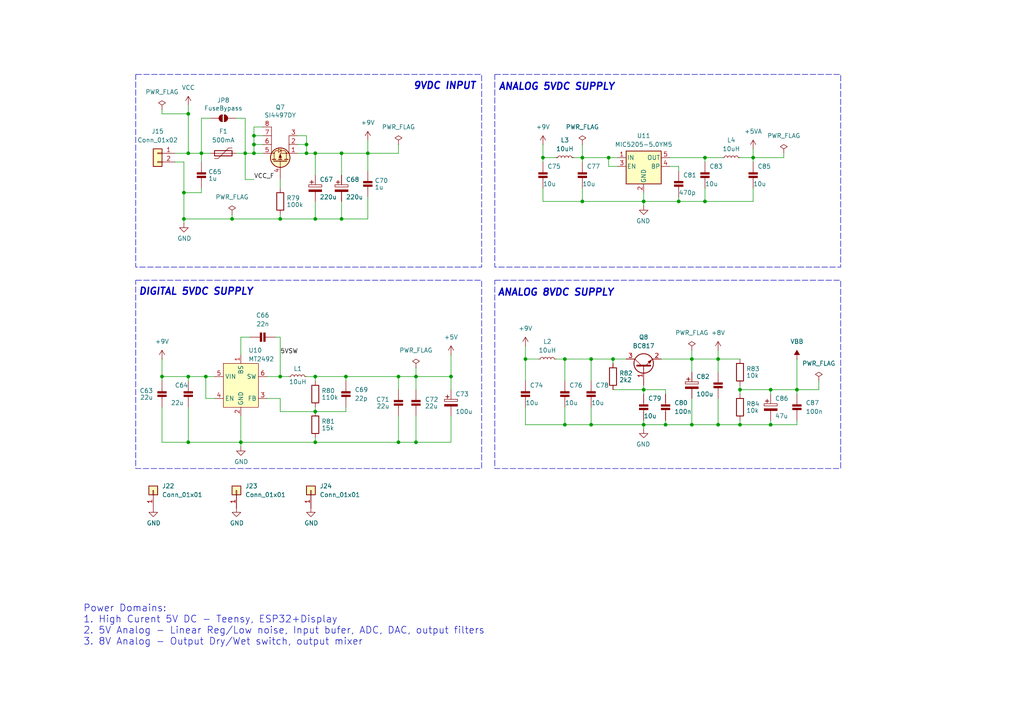
<source format=kicad_sch>
(kicad_sch (version 20231120) (generator "eeschema") (generator_version "8.0")
  (paper "A4")
  (title_block (title "TGX4 ") (date "2024-06-12") (rev "2.0") (company "www.hexefx.com") (comment 1 "Design: Piotr Zapart"))
  (lib_symbols
    (symbol "Connector_Generic:Conn_01x01" (pin_names (offset 1.016) hide)
      (property "Reference" "J" (at 0 2.54 0))
      (property "Value" "Conn_01x01" (at 0 -2.54 0))
      (symbol "Conn_01x01_1_1"
        (rectangle (start -1.27 0.127) (end 0 -0.127) (stroke (width 0.1524)))
        (rectangle (start -1.27 1.27) (end 1.27 -1.27) (stroke (width 0.254)) (fill (type background)))
        (pin passive line (at -5.08 0 0) (length 3.81) (name "Pin_1") (number "1"))
      )
    )
    (symbol "Connector_Generic:Conn_01x02" (pin_names (offset 1.016) hide)
      (property "Reference" "J" (at 0 2.54 0))
      (property "Value" "Conn_01x02" (at 0 -5.08 0))
      (symbol "Conn_01x02_1_1"
        (rectangle (start -1.27 -2.413) (end 0 -2.667) (stroke (width 0.1524)))
        (rectangle (start -1.27 0.127) (end 0 -0.127) (stroke (width 0.1524)))
        (rectangle (start -1.27 1.27) (end 1.27 -3.81) (stroke (width 0.254)) (fill (type background)))
        (pin passive line (at -5.08 0 0) (length 3.81) (name "Pin_1") (number "1"))
        (pin passive line (at -5.08 -2.54 0) (length 3.81) (name "Pin_2") (number "2"))
      )
    )
    (symbol "Device:L_Small" (pin_numbers hide) (pin_names (offset 0.254) hide)
      (property "Reference" "L" (at 0.762 1.016 0))
      (property "Value" "L_Small" (at 0.762 -1.016 0))
      (symbol "L_Small_0_1"
        (arc (start 0 -2.032) (mid 0.5058 -1.524) (end 0 -1.016))
        (arc (start 0 -1.016) (mid 0.5058 -0.508) (end 0 0))
        (arc (start 0 0) (mid 0.5058 0.508) (end 0 1.016))
        (arc (start 0 1.016) (mid 0.5058 1.524) (end 0 2.032))
      )
      (symbol "L_Small_1_1"
        (pin passive line (at 0 2.54 270) (length 0.508) (name "~") (number "1"))
        (pin passive line (at 0 -2.54 90) (length 0.508) (name "~") (number "2"))
      )
    )
    (symbol "Device:Polyfuse" (pin_numbers hide) (pin_names (offset 0))
      (property "Reference" "F" (at -2.54 0 90))
      (property "Value" "Polyfuse" (at 2.54 0 90))
      (symbol "Polyfuse_0_1"
        (rectangle (start -0.762 2.54) (end 0.762 -2.54) (stroke (width 0.254)))
        (polyline (pts (xy 0 2.54) (xy 0 -2.54)))
        (polyline (pts (xy -1.524 2.54) (xy -1.524 1.524) (xy 1.524 -1.524) (xy 1.524 -2.54)))
      )
      (symbol "Polyfuse_1_1"
        (pin passive line (at 0 3.81 270) (length 1.27) (name "~") (number "1"))
        (pin passive line (at 0 -3.81 90) (length 1.27) (name "~") (number "2"))
      )
    )
    (symbol "Device:R" (pin_numbers hide) (pin_names (offset 0))
      (property "Reference" "R" (at 2.032 0 90))
      (property "Value" "R" (at 0 0 90))
      (symbol "R_0_1"
        (rectangle (start -1.016 -2.54) (end 1.016 2.54) (stroke (width 0.254)))
      )
      (symbol "R_1_1"
        (pin passive line (at 0 3.81 270) (length 1.27) (name "~") (number "1"))
        (pin passive line (at 0 -3.81 90) (length 1.27) (name "~") (number "2"))
      )
    )
    (symbol "H_passives:CAP_NP" (pin_names (offset 1.016))
      (property "Reference" "C" (at -2.286 -0.0254 90))
      (property "Value" "CAP_NP" (at 2.286 -0.0254 90))
      (symbol "CAP_NP_1_0"
        (rectangle (start -1.27 -0.762) (end 1.27 -0.254) (fill (type outline)))
        (rectangle (start -1.27 0.254) (end 1.27 0.762) (fill (type outline)))
        (polyline (pts (xy 0 -0.508) (xy 0 -1.27)))
        (polyline (pts (xy 0 1.27) (xy 0 0.508)))
        (pin passive line (at 0 3.81 270) (length 2.54) (name "1") (number "1"))
        (pin passive line (at 0 -3.81 90) (length 2.54) (name "2") (number "2"))
      )
    )
    (symbol "H_passives:CAP_POL" (pin_numbers hide) (pin_names (offset 0.254))
      (property "Reference" "C" (at 0 2.54 0))
      (property "Value" "CAP_POL" (at 0.1524 -2.159 0))
      (symbol "CAP_POL_0_1"
        (rectangle (start -1.905 -0.381) (end 1.905 -1.016) (stroke (width 0.1016)) (fill (type outline)))
        (rectangle (start -1.905 1.016) (end 1.905 0.381) (stroke (width 0.1524)))
        (polyline (pts (xy -1.524 1.778) (xy -0.508 1.778)) (stroke (width 0.2032)))
        (polyline (pts (xy -1.016 2.286) (xy -1.016 1.27)) (stroke (width 0.2032)))
      )
      (symbol "CAP_POL_1_1"
        (pin passive line (at 0 3.81 270) (length 2.794) (name "~") (number "1"))
        (pin passive line (at 0 -3.81 90) (length 2.8956) (name "~") (number "2"))
      )
    )
    (symbol "H_power:MT2492"
      (property "Reference" "U" (at 1.016 9.144 0))
      (symbol "MT2492_1_1"
        (rectangle (start -5.08 6.35) (end 5.08 -6.35) (fill (type background)))
        (pin passive line (at 0 8.89 270) (length 2.54) (name "BS") (number "1"))
        (pin power_in line (at 0 -8.89 90) (length 2.54) (name "GND") (number "2"))
        (pin input line (at 7.62 -3.81 180) (length 2.54) (name "FB") (number "3"))
        (pin input line (at -7.62 -3.81 0) (length 2.54) (name "EN") (number "4"))
        (pin power_in line (at -7.62 2.54 0) (length 2.54) (name "VIN") (number "5"))
        (pin output line (at 7.62 2.54 180) (length 2.54) (name "SW") (number "6"))
      )
    )
    (symbol "H_transistors:Q_PMOS_SO8" (pin_names (offset 0) hide)
      (property "Reference" "Q" (at 7.62 1.27 0))
      (property "Value" "Q_PMOS_SO8" (at 16.51 -1.27 0))
      (symbol "Q_PMOS_SO8_0_1"
        (polyline (pts (xy 0.762 -1.778) (xy 2.54 -1.778)))
        (polyline (pts (xy 0.762 -1.27) (xy 0.762 -2.286)) (stroke (width 0.254)))
        (polyline (pts (xy 0.762 0) (xy 2.54 0)))
        (polyline (pts (xy 0.762 0.508) (xy 0.762 -0.508)) (stroke (width 0.254)))
        (polyline (pts (xy 0.762 1.778) (xy 2.54 1.778)))
        (polyline (pts (xy 0.762 2.286) (xy 0.762 1.27)) (stroke (width 0.254)))
        (polyline (pts (xy 2.54 -1.778) (xy 2.54 -2.54)))
        (polyline (pts (xy 2.54 -1.778) (xy 2.54 0)))
        (polyline (pts (xy 2.54 2.54) (xy 2.54 1.778)))
        (polyline (pts (xy 2.794 -0.254) (xy 3.81 -0.254)) (stroke (width 0.1524)))
        (polyline (pts (xy 3.302 -0.254) (xy 3.302 -1.27)) (stroke (width 0.1524)))
        (polyline (pts (xy 3.302 0.508) (xy 3.302 1.27)) (stroke (width 0.1524)))
        (polyline (pts (xy 7.62 -2.54) (xy 2.54 -2.54)))
        (polyline (pts (xy 10.16 2.54) (xy 2.54 2.54)))
        (polyline (pts (xy 0.254 1.905) (xy 0.254 -1.905) (xy 0.254 -1.905)) (stroke (width 0.254)))
        (polyline (pts (xy 3.302 -1.27) (xy 2.794 -1.778) (xy 2.54 -1.778)) (stroke (width 0.1524)))
        (polyline (pts (xy 3.302 1.27) (xy 2.794 1.778) (xy 2.54 1.778)) (stroke (width 0.1524)))
        (polyline (pts (xy 2.286 0) (xy 1.27 -0.381) (xy 1.27 0.381) (xy 2.286 0)) (fill (type outline)))
        (polyline (pts (xy 2.794 0.508) (xy 3.81 0.508) (xy 3.302 -0.254) (xy 2.794 0.508)) (stroke (width 0.1524)))
        (circle (center 1.27 0) (radius 2.8194) (stroke (width 0.254)) (fill (type background)))
        (circle (center 2.54 -1.778) (radius 0.127) (stroke (width 0.1524)))
        (circle (center 2.54 1.778) (radius 0.127) (stroke (width 0.1524)))
      )
      (symbol "Q_PMOS_SO8_1_1"
        (pin passive line (at 2.54 -5.08 90) (length 2.54) (name "S") (number "1"))
        (pin passive line (at 5.08 -5.08 90) (length 2.54) (name "S") (number "2"))
        (pin passive line (at 7.62 -5.08 90) (length 2.54) (name "S") (number "3"))
        (pin input line (at -5.08 0 0) (length 5.334) (name "G") (number "4"))
        (pin passive line (at 2.54 5.08 270) (length 2.54) (name "D") (number "5"))
        (pin passive line (at 5.08 5.08 270) (length 2.54) (name "D") (number "6"))
        (pin passive line (at 7.62 5.08 270) (length 2.54) (name "D") (number "7"))
        (pin passive line (at 10.16 5.08 270) (length 2.54) (name "D") (number "8"))
      )
    )
    (symbol "Jumper:SolderJumper_2_Open" (pin_numbers hide) (pin_names (offset 0) hide) (exclude_from_sim yes) (in_bom no)
      (property "Reference" "JP" (at 0 2.032 0))
      (property "Value" "SolderJumper_2_Open" (at 0 -2.54 0))
      (symbol "SolderJumper_2_Open_0_1"
        (arc (start -0.254 1.016) (mid -1.2656 0) (end -0.254 -1.016))
        (arc (start -0.254 1.016) (mid -1.2656 0) (end -0.254 -1.016) (fill (type outline)))
        (polyline (pts (xy -0.254 1.016) (xy -0.254 -1.016)))
        (polyline (pts (xy 0.254 1.016) (xy 0.254 -1.016)))
        (arc (start 0.254 -1.016) (mid 1.2656 0) (end 0.254 1.016))
        (arc (start 0.254 -1.016) (mid 1.2656 0) (end 0.254 1.016) (fill (type outline)))
      )
      (symbol "SolderJumper_2_Open_1_1"
        (pin passive line (at -3.81 0 0) (length 2.54) (name "A") (number "1"))
        (pin passive line (at 3.81 0 180) (length 2.54) (name "B") (number "2"))
      )
    )
    (symbol "Regulator_Linear:MIC5205-5.0YM5" (pin_names (offset 0.254))
      (property "Reference" "U" (at -3.81 5.715 0))
      (property "Value" "MIC5205-5.0YM5" (at 0 5.715 0))
      (symbol "MIC5205-5.0YM5_0_1"
        (rectangle (start -5.08 4.445) (end 5.08 -5.08) (stroke (width 0.254)) (fill (type background)))
      )
      (symbol "MIC5205-5.0YM5_1_1"
        (pin power_in line (at -7.62 2.54 0) (length 2.54) (name "IN") (number "1"))
        (pin power_in line (at 0 -7.62 90) (length 2.54) (name "GND") (number "2"))
        (pin input line (at -7.62 0 0) (length 2.54) (name "EN") (number "3"))
        (pin input line (at 7.62 0 180) (length 2.54) (name "BP") (number "4"))
        (pin power_out line (at 7.62 2.54 180) (length 2.54) (name "OUT") (number "5"))
      )
    )
    (symbol "Transistor_BJT:BC817" (pin_names (offset 0) hide)
      (property "Reference" "Q" (at 5.08 1.905 0))
      (property "Value" "BC817" (at 5.08 0 0))
      (symbol "BC817_0_1"
        (polyline (pts (xy 0.635 0.635) (xy 2.54 2.54)))
        (polyline (pts (xy 0.635 -0.635) (xy 2.54 -2.54) (xy 2.54 -2.54)))
        (polyline (pts (xy 0.635 1.905) (xy 0.635 -1.905) (xy 0.635 -1.905)) (stroke (width 0.508)))
        (polyline (pts (xy 1.27 -1.778) (xy 1.778 -1.27) (xy 2.286 -2.286) (xy 1.27 -1.778) (xy 1.27 -1.778)) (fill (type outline)))
        (circle (center 1.27 0) (radius 2.8194) (stroke (width 0.254)))
      )
      (symbol "BC817_1_1"
        (pin input line (at -5.08 0 0) (length 5.715) (name "B") (number "1"))
        (pin passive line (at 2.54 -5.08 90) (length 2.54) (name "E") (number "2"))
        (pin passive line (at 2.54 5.08 270) (length 2.54) (name "C") (number "3"))
      )
    )
    (symbol "power:+5V" (power) (pin_numbers hide) (pin_names (offset 0) hide)
      (property "Value" "+5V" (at 0 3.556 0))
      (symbol "+5V_0_1"
        (polyline (pts (xy -0.762 1.27) (xy 0 2.54)))
        (polyline (pts (xy 0 0) (xy 0 2.54)))
        (polyline (pts (xy 0 2.54) (xy 0.762 1.27)))
      )
      (symbol "+5V_1_1"
        (pin power_in line (at 0 0 90) (length 0) (name "~") (number "1"))
      )
    )
    (symbol "power:+5VA" (power) (pin_numbers hide) (pin_names (offset 0) hide)
      (property "Value" "+5VA" (at 0 3.556 0))
      (symbol "+5VA_0_1"
        (polyline (pts (xy -0.762 1.27) (xy 0 2.54)))
        (polyline (pts (xy 0 0) (xy 0 2.54)))
        (polyline (pts (xy 0 2.54) (xy 0.762 1.27)))
      )
      (symbol "+5VA_1_1"
        (pin power_in line (at 0 0 90) (length 0) (name "~") (number "1"))
      )
    )
    (symbol "power:+8V" (power) (pin_numbers hide) (pin_names (offset 0) hide)
      (property "Value" "+8V" (at 0 3.556 0))
      (symbol "+8V_0_1"
        (polyline (pts (xy -0.762 1.27) (xy 0 2.54)))
        (polyline (pts (xy 0 0) (xy 0 2.54)))
        (polyline (pts (xy 0 2.54) (xy 0.762 1.27)))
      )
      (symbol "+8V_1_1"
        (pin power_in line (at 0 0 90) (length 0) (name "~") (number "1"))
      )
    )
    (symbol "power:+9V" (power) (pin_numbers hide) (pin_names (offset 0) hide)
      (property "Value" "+9V" (at 0 3.556 0))
      (symbol "+9V_0_1"
        (polyline (pts (xy -0.762 1.27) (xy 0 2.54)))
        (polyline (pts (xy 0 0) (xy 0 2.54)))
        (polyline (pts (xy 0 2.54) (xy 0.762 1.27)))
      )
      (symbol "+9V_1_1"
        (pin power_in line (at 0 0 90) (length 0) (name "~") (number "1"))
      )
    )
    (symbol "power:GND" (power) (pin_numbers hide) (pin_names (offset 0) hide)
      (property "Value" "GND" (at 0 -3.81 0))
      (symbol "GND_0_1"
        (polyline (pts (xy 0 0) (xy 0 -1.27) (xy 1.27 -1.27) (xy 0 -2.54) (xy -1.27 -1.27) (xy 0 -1.27)))
      )
      (symbol "GND_1_1"
        (pin power_in line (at 0 0 270) (length 0) (name "~") (number "1"))
      )
    )
    (symbol "power:PWR_FLAG" (power) (pin_numbers hide) (pin_names (offset 0) hide)
      (property "Value" "PWR_FLAG" (at 0 3.81 0))
      (symbol "PWR_FLAG_0_0"
        (pin power_out line (at 0 0 90) (length 0) (name "~") (number "1"))
      )
      (symbol "PWR_FLAG_0_1"
        (polyline (pts (xy 0 0) (xy 0 1.27) (xy -1.016 1.905) (xy 0 2.54) (xy 1.016 1.905) (xy 0 1.27)))
      )
    )
    (symbol "power:VCC" (power) (pin_numbers hide) (pin_names (offset 0) hide)
      (property "Value" "VCC" (at 0 3.556 0))
      (symbol "VCC_0_1"
        (polyline (pts (xy -0.762 1.27) (xy 0 2.54)))
        (polyline (pts (xy 0 0) (xy 0 2.54)))
        (polyline (pts (xy 0 2.54) (xy 0.762 1.27)))
      )
      (symbol "VCC_1_1"
        (pin power_in line (at 0 0 90) (length 0) (name "~") (number "1"))
      )
    )
    (symbol "power:VCOM" (power) (pin_numbers hide) (pin_names (offset 0) hide)
      (property "Value" "VCOM" (at 0 3.556 0))
      (symbol "VCOM_0_1"
        (polyline (pts (xy 0 0) (xy 0 2.54)))
        (polyline (pts (xy 0.762 1.27) (xy -0.762 1.27) (xy 0 2.54) (xy 0.762 1.27)) (fill (type outline)))
      )
      (symbol "VCOM_1_1"
        (pin power_in line (at 0 0 90) (length 0) (name "~") (number "1"))
      )
    )
  )
  (junction (at 193.04 123.19))
  (junction (at 53.34 55.88))
  (junction (at 186.69 123.19))
  (junction (at 208.28 123.19))
  (junction (at 99.06 44.45))
  (junction (at 218.44 45.72))
  (junction (at 208.28 104.14))
  (junction (at 81.28 63.5))
  (junction (at 168.91 58.42))
  (junction (at 163.83 104.14))
  (junction (at 177.8 104.14))
  (junction (at 46.99 109.22))
  (junction (at 54.61 33.02))
  (junction (at 91.44 109.22))
  (junction (at 54.61 44.45))
  (junction (at 214.63 123.19))
  (junction (at 168.91 45.72))
  (junction (at 186.69 113.03))
  (junction (at 200.66 104.14))
  (junction (at 130.81 109.22))
  (junction (at 100.33 109.22))
  (junction (at 91.44 128.27))
  (junction (at 171.45 123.19))
  (junction (at 58.42 44.45))
  (junction (at 81.28 109.22))
  (junction (at 223.52 113.03))
  (junction (at 88.9 44.45))
  (junction (at 115.57 109.22))
  (junction (at 59.69 109.22))
  (junction (at 99.06 63.5))
  (junction (at 115.57 128.27))
  (junction (at 204.47 58.42))
  (junction (at 71.12 44.45))
  (junction (at 88.9 41.91))
  (junction (at 91.44 44.45))
  (junction (at 67.31 63.5))
  (junction (at 196.85 58.42))
  (junction (at 106.68 44.45))
  (junction (at 163.83 123.19))
  (junction (at 231.14 113.03))
  (junction (at 176.53 45.72))
  (junction (at 91.44 119.38))
  (junction (at 73.66 41.91))
  (junction (at 186.69 58.42))
  (junction (at 200.66 123.19))
  (junction (at 53.34 63.5))
  (junction (at 73.66 44.45))
  (junction (at 73.66 39.37))
  (junction (at 204.47 45.72))
  (junction (at 120.65 109.22))
  (junction (at 157.48 45.72))
  (junction (at 152.4 104.14))
  (junction (at 171.45 104.14))
  (junction (at 54.61 128.27))
  (junction (at 54.61 109.22))
  (junction (at 120.65 128.27))
  (junction (at 223.52 123.19))
  (junction (at 69.85 128.27))
  (junction (at 91.44 63.5))
  (junction (at 214.63 113.03))
  (wire (pts (xy 46.99 109.22) (xy 46.99 110.49)))
  (wire (pts (xy 120.65 128.27) (xy 130.81 128.27)))
  (wire (pts (xy 186.69 113.03) (xy 186.69 114.3)))
  (wire (pts (xy 223.52 123.19) (xy 223.52 121.92)))
  (wire (pts (xy 218.44 58.42) (xy 218.44 54.61)))
  (wire (pts (xy 237.49 113.03) (xy 231.14 113.03)))
  (wire (pts (xy 208.28 104.14) (xy 200.66 104.14)))
  (wire (pts (xy 152.4 100.33) (xy 152.4 104.14)))
  (wire (pts (xy 120.65 109.22) (xy 130.81 109.22)))
  (wire (pts (xy 81.28 52.07) (xy 81.28 54.61)))
  (wire (pts (xy 62.23 115.57) (xy 59.69 115.57)))
  (wire (pts (xy 115.57 109.22) (xy 120.65 109.22)))
  (wire (pts (xy 120.65 128.27) (xy 120.65 120.65)))
  (wire (pts (xy 99.06 63.5) (xy 99.06 58.42)))
  (wire (pts (xy 106.68 49.53) (xy 106.68 44.45)))
  (wire (pts (xy 59.69 109.22) (xy 54.61 109.22)))
  (wire (pts (xy 54.61 109.22) (xy 54.61 110.49)))
  (wire (pts (xy 163.83 104.14) (xy 171.45 104.14)))
  (wire (pts (xy 214.63 113.03) (xy 223.52 113.03)))
  (wire (pts (xy 200.66 107.95) (xy 200.66 104.14)))
  (wire (pts (xy 152.4 104.14) (xy 156.21 104.14)))
  (wire (pts (xy 157.48 58.42) (xy 157.48 54.61)))
  (wire (pts (xy 214.63 45.72) (xy 218.44 45.72)))
  (wire (pts (xy 106.68 57.15) (xy 106.68 63.5)))
  (wire (pts (xy 46.99 31.75) (xy 46.99 33.02)))
  (wire (pts (xy 168.91 46.99) (xy 168.91 45.72)))
  (wire (pts (xy 91.44 63.5) (xy 99.06 63.5)))
  (wire (pts (xy 177.8 113.03) (xy 186.69 113.03)))
  (wire (pts (xy 218.44 43.18) (xy 218.44 45.72)))
  (wire (pts (xy 46.99 104.14) (xy 46.99 109.22)))
  (wire (pts (xy 54.61 118.11) (xy 54.61 128.27)))
  (wire (pts (xy 46.99 33.02) (xy 54.61 33.02)))
  (wire (pts (xy 186.69 111.76) (xy 186.69 113.03)))
  (wire (pts (xy 227.33 45.72) (xy 218.44 45.72)))
  (wire (pts (xy 214.63 113.03) (xy 214.63 114.3)))
  (wire (pts (xy 53.34 55.88) (xy 53.34 46.99)))
  (wire (pts (xy 86.36 44.45) (xy 88.9 44.45)))
  (wire (pts (xy 196.85 58.42) (xy 204.47 58.42)))
  (wire (pts (xy 168.91 41.91) (xy 168.91 45.72)))
  (wire (pts (xy 193.04 113.03) (xy 193.04 114.3)))
  (wire (pts (xy 54.61 30.48) (xy 54.61 33.02)))
  (wire (pts (xy 106.68 63.5) (xy 99.06 63.5)))
  (wire (pts (xy 100.33 109.22) (xy 91.44 109.22)))
  (wire (pts (xy 193.04 121.92) (xy 193.04 123.19)))
  (wire (pts (xy 91.44 128.27) (xy 69.85 128.27)))
  (wire (pts (xy 115.57 44.45) (xy 115.57 41.91)))
  (wire (pts (xy 204.47 58.42) (xy 204.47 54.61)))
  (wire (pts (xy 223.52 114.3) (xy 223.52 113.03)))
  (wire (pts (xy 77.47 115.57) (xy 81.28 115.57)))
  (wire (pts (xy 73.66 39.37) (xy 76.2 39.37)))
  (wire (pts (xy 115.57 109.22) (xy 115.57 113.03)))
  (wire (pts (xy 91.44 128.27) (xy 115.57 128.27)))
  (wire (pts (xy 106.68 44.45) (xy 115.57 44.45)))
  (wire (pts (xy 177.8 104.14) (xy 181.61 104.14)))
  (wire (pts (xy 237.49 110.49) (xy 237.49 113.03)))
  (wire (pts (xy 171.45 104.14) (xy 177.8 104.14)))
  (wire (pts (xy 186.69 58.42) (xy 186.69 55.88)))
  (wire (pts (xy 227.33 44.45) (xy 227.33 45.72)))
  (wire (pts (xy 171.45 123.19) (xy 163.83 123.19)))
  (wire (pts (xy 100.33 118.11) (xy 100.33 119.38)))
  (wire (pts (xy 171.45 104.14) (xy 171.45 110.49)))
  (wire (pts (xy 88.9 41.91) (xy 88.9 39.37)))
  (wire (pts (xy 231.14 114.3) (xy 231.14 113.03)))
  (wire (pts (xy 71.12 52.07) (xy 71.12 44.45)))
  (wire (pts (xy 68.58 44.45) (xy 71.12 44.45)))
  (wire (pts (xy 208.28 123.19) (xy 208.28 115.57)))
  (wire (pts (xy 99.06 50.8) (xy 99.06 44.45)))
  (wire (pts (xy 214.63 123.19) (xy 223.52 123.19)))
  (wire (pts (xy 73.66 52.07) (xy 71.12 52.07)))
  (wire (pts (xy 73.66 44.45) (xy 76.2 44.45)))
  (wire (pts (xy 177.8 104.14) (xy 177.8 105.41)))
  (wire (pts (xy 204.47 45.72) (xy 204.47 46.99)))
  (wire (pts (xy 120.65 106.68) (xy 120.65 109.22)))
  (wire (pts (xy 100.33 110.49) (xy 100.33 109.22)))
  (wire (pts (xy 58.42 54.61) (xy 58.42 55.88)))
  (wire (pts (xy 200.66 101.6) (xy 200.66 104.14)))
  (wire (pts (xy 223.52 123.19) (xy 231.14 123.19)))
  (wire (pts (xy 115.57 128.27) (xy 115.57 120.65)))
  (wire (pts (xy 91.44 63.5) (xy 91.44 58.42)))
  (wire (pts (xy 157.48 41.91) (xy 157.48 45.72)))
  (wire (pts (xy 100.33 109.22) (xy 115.57 109.22)))
  (wire (pts (xy 186.69 123.19) (xy 186.69 124.46)))
  (wire (pts (xy 163.83 110.49) (xy 163.83 104.14)))
  (wire (pts (xy 186.69 58.42) (xy 186.69 59.69)))
  (wire (pts (xy 73.66 39.37) (xy 73.66 36.83)))
  (wire (pts (xy 53.34 64.77) (xy 53.34 63.5)))
  (wire (pts (xy 53.34 63.5) (xy 67.31 63.5)))
  (wire (pts (xy 60.96 34.29) (xy 58.42 34.29)))
  (wire (pts (xy 163.83 123.19) (xy 163.83 118.11)))
  (wire (pts (xy 194.31 48.26) (xy 196.85 48.26)))
  (wire (pts (xy 168.91 58.42) (xy 186.69 58.42)))
  (wire (pts (xy 59.69 115.57) (xy 59.69 109.22)))
  (wire (pts (xy 91.44 109.22) (xy 91.44 110.49)))
  (wire (pts (xy 67.31 62.23) (xy 67.31 63.5)))
  (wire (pts (xy 152.4 110.49) (xy 152.4 104.14)))
  (wire (pts (xy 214.63 111.76) (xy 214.63 113.03)))
  (wire (pts (xy 91.44 119.38) (xy 100.33 119.38)))
  (wire (pts (xy 231.14 104.14) (xy 231.14 113.03)))
  (wire (pts (xy 120.65 109.22) (xy 120.65 113.03)))
  (wire (pts (xy 208.28 104.14) (xy 214.63 104.14)))
  (wire (pts (xy 54.61 128.27) (xy 46.99 128.27)))
  (wire (pts (xy 208.28 101.6) (xy 208.28 104.14)))
  (wire (pts (xy 106.68 44.45) (xy 99.06 44.45)))
  (wire (pts (xy 46.99 128.27) (xy 46.99 118.11)))
  (wire (pts (xy 200.66 104.14) (xy 191.77 104.14)))
  (wire (pts (xy 130.81 109.22) (xy 130.81 113.03)))
  (wire (pts (xy 81.28 109.22) (xy 81.28 97.79)))
  (wire (pts (xy 208.28 123.19) (xy 214.63 123.19)))
  (wire (pts (xy 152.4 123.19) (xy 152.4 118.11)))
  (wire (pts (xy 81.28 119.38) (xy 91.44 119.38)))
  (wire (pts (xy 193.04 123.19) (xy 200.66 123.19)))
  (wire (pts (xy 231.14 123.19) (xy 231.14 121.92)))
  (wire (pts (xy 53.34 55.88) (xy 58.42 55.88)))
  (wire (pts (xy 196.85 48.26) (xy 196.85 49.53)))
  (wire (pts (xy 130.81 128.27) (xy 130.81 120.65)))
  (wire (pts (xy 161.29 104.14) (xy 163.83 104.14)))
  (wire (pts (xy 81.28 97.79) (xy 80.01 97.79)))
  (wire (pts (xy 71.12 44.45) (xy 73.66 44.45)))
  (wire (pts (xy 166.37 45.72) (xy 168.91 45.72)))
  (wire (pts (xy 186.69 121.92) (xy 186.69 123.19)))
  (wire (pts (xy 99.06 44.45) (xy 91.44 44.45)))
  (wire (pts (xy 81.28 63.5) (xy 91.44 63.5)))
  (wire (pts (xy 91.44 44.45) (xy 88.9 44.45)))
  (wire (pts (xy 200.66 123.19) (xy 200.66 115.57)))
  (wire (pts (xy 54.61 33.02) (xy 54.61 44.45)))
  (wire (pts (xy 73.66 41.91) (xy 73.66 39.37)))
  (wire (pts (xy 204.47 58.42) (xy 218.44 58.42)))
  (wire (pts (xy 86.36 41.91) (xy 88.9 41.91)))
  (wire (pts (xy 69.85 102.87) (xy 69.85 97.79)))
  (wire (pts (xy 54.61 109.22) (xy 46.99 109.22)))
  (wire (pts (xy 77.47 109.22) (xy 81.28 109.22)))
  (wire (pts (xy 179.07 48.26) (xy 176.53 48.26)))
  (wire (pts (xy 58.42 44.45) (xy 58.42 46.99)))
  (wire (pts (xy 200.66 123.19) (xy 208.28 123.19)))
  (wire (pts (xy 71.12 44.45) (xy 71.12 34.29)))
  (wire (pts (xy 91.44 127) (xy 91.44 128.27)))
  (wire (pts (xy 58.42 44.45) (xy 60.96 44.45)))
  (wire (pts (xy 130.81 102.87) (xy 130.81 109.22)))
  (wire (pts (xy 186.69 58.42) (xy 196.85 58.42)))
  (wire (pts (xy 196.85 58.42) (xy 196.85 57.15)))
  (wire (pts (xy 171.45 123.19) (xy 186.69 123.19)))
  (wire (pts (xy 73.66 41.91) (xy 73.66 44.45)))
  (wire (pts (xy 69.85 128.27) (xy 69.85 129.54)))
  (wire (pts (xy 62.23 109.22) (xy 59.69 109.22)))
  (wire (pts (xy 106.68 40.64) (xy 106.68 44.45)))
  (wire (pts (xy 115.57 128.27) (xy 120.65 128.27)))
  (wire (pts (xy 81.28 115.57) (xy 81.28 119.38)))
  (wire (pts (xy 67.31 63.5) (xy 81.28 63.5)))
  (wire (pts (xy 91.44 118.11) (xy 91.44 119.38)))
  (wire (pts (xy 176.53 48.26) (xy 176.53 45.72)))
  (wire (pts (xy 176.53 45.72) (xy 179.07 45.72)))
  (wire (pts (xy 168.91 58.42) (xy 157.48 58.42)))
  (wire (pts (xy 71.12 34.29) (xy 68.58 34.29)))
  (wire (pts (xy 186.69 113.03) (xy 193.04 113.03)))
  (wire (pts (xy 81.28 62.23) (xy 81.28 63.5)))
  (wire (pts (xy 91.44 50.8) (xy 91.44 44.45)))
  (wire (pts (xy 50.8 44.45) (xy 54.61 44.45)))
  (wire (pts (xy 157.48 45.72) (xy 161.29 45.72)))
  (wire (pts (xy 168.91 45.72) (xy 176.53 45.72)))
  (wire (pts (xy 69.85 128.27) (xy 54.61 128.27)))
  (wire (pts (xy 73.66 36.83) (xy 76.2 36.83)))
  (wire (pts (xy 53.34 63.5) (xy 53.34 55.88)))
  (wire (pts (xy 53.34 46.99) (xy 50.8 46.99)))
  (wire (pts (xy 88.9 109.22) (xy 91.44 109.22)))
  (wire (pts (xy 88.9 39.37) (xy 86.36 39.37)))
  (wire (pts (xy 163.83 123.19) (xy 152.4 123.19)))
  (wire (pts (xy 69.85 128.27) (xy 69.85 120.65)))
  (wire (pts (xy 168.91 58.42) (xy 168.91 54.61)))
  (wire (pts (xy 223.52 113.03) (xy 231.14 113.03)))
  (wire (pts (xy 186.69 123.19) (xy 193.04 123.19)))
  (wire (pts (xy 214.63 123.19) (xy 214.63 121.92)))
  (wire (pts (xy 76.2 41.91) (xy 73.66 41.91)))
  (wire (pts (xy 171.45 118.11) (xy 171.45 123.19)))
  (wire (pts (xy 88.9 44.45) (xy 88.9 41.91)))
  (wire (pts (xy 218.44 45.72) (xy 218.44 46.99)))
  (wire (pts (xy 208.28 107.95) (xy 208.28 104.14)))
  (wire (pts (xy 194.31 45.72) (xy 204.47 45.72)))
  (wire (pts (xy 54.61 44.45) (xy 58.42 44.45)))
  (wire (pts (xy 69.85 97.79) (xy 72.39 97.79)))
  (wire (pts (xy 58.42 34.29) (xy 58.42 44.45)))
  (wire (pts (xy 81.28 109.22) (xy 83.82 109.22)))
  (wire (pts (xy 157.48 46.99) (xy 157.48 45.72)))
  (wire (pts (xy 204.47 45.72) (xy 209.55 45.72)))
  (rectangle (start 143.51 21.59) (end 243.84 77.47) (stroke (width 0) (type dash)))
  (rectangle (start 143.51 81.28) (end 243.84 135.89) (stroke (width 0) (type dash)))
  (rectangle (start 39.37 21.59) (end 139.7 77.47) (stroke (width 0) (type dash)))
  (rectangle (start 39.37 81.28) (end 139.7 135.89) (stroke (width 0) (type dash)))
  (text "9VDC INPUT" (at 138.176 26.162 0) (effects (font (size 2.0066 2.0066) (thickness 0.4013) (bold yes) (italic yes)) (justify right bottom)))
  (text "ANALOG 8VDC SUPPLY" (at 144.272 86.106 0) (effects (font (size 2.0066 2.0066) (thickness 0.4013) (bold yes) (italic yes)) (justify left bottom)))
  (text "ANALOG 5VDC SUPPLY" (at 144.526 26.416 0) (effects (font (size 2.0066 2.0066) (thickness 0.4013) (bold yes) (italic yes)) (justify left bottom)))
  (text "Power Domains:\n1. High Curent 5V DC - Teensy, ESP32+Display\n2. 5V Analog - Linear Reg/Low noise, Input bufer, ADC, DAC, output filters\n3. 8V Analog - Output Dry/Wet switch, output mixer" (at 24.13 181.356 0) (effects (font (size 2 2)) (justify left)))
  (text "DIGITAL 5VDC SUPPLY" (at 40.132 85.852 0) (effects (font (size 2.0066 2.0066) (thickness 0.4013) (bold yes) (italic yes)) (justify left bottom)))
  (label "5VSW" (at 81.28 102.87 0))
  (label "VCC_F" (at 73.66 52.07 0))
  (symbol (lib_id "H_passives:CAP_NP") (at 186.69 118.11 0) (unit 1)
    (property "Reference" "C79" (at 187.96 115.57 0) (effects (justify left)))
    (property "Value" "10u" (at 186.69 120.65 0) (effects (justify left)))
    (property "Footprint" "H_smd_passives:Hx_C_0805_2012Metric" (effects (hide yes)))
  )
  (symbol (lib_id "power:PWR_FLAG") (at 200.66 101.6 0) (unit 1)
    (property "Reference" "#FLG09" (effects (hide yes)))
    (property "Value" "PWR_FLAG" (at 200.66 96.52 0))
    (property "Description" "Special symbol for telling ERC where power comes from" (effects (hide yes)))
  )
  (symbol (lib_id "H_passives:CAP_NP") (at 208.28 111.76 0) (unit 1)
    (property "Reference" "C84" (effects (hide yes)))
    (property "Value" "100n" (effects (hide yes)))
    (property "Footprint" "H_smd_passives:Hx_C_0805_2012Metric" (effects (hide yes)))
  )
  (symbol (lib_id "power:PWR_FLAG") (at 120.65 106.68 0) (unit 1)
    (property "Reference" "#FLG08" (effects (hide yes)))
    (property "Value" "PWR_FLAG" (at 120.65 101.6 0))
    (property "Description" "Special symbol for telling ERC where power comes from" (effects (hide yes)))
  )
  (symbol (lib_id "H_passives:CAP_NP") (at 106.68 53.34 0) (unit 1)
    (property "Reference" "C70" (at 108.6612 52.3748 0) (effects (justify left)))
    (property "Value" "1u" (at 108.6612 54.3052 0) (effects (justify left)))
    (property "Footprint" "H_smd_passives:Hx_C_0805_2012Metric" (effects (hide yes)))
  )
  (symbol (lib_id "Device:L_Small") (at 212.09 45.72 90) (unit 1)
    (property "Reference" "L4" (at 212.09 40.64 90))
    (property "Value" "10uH" (at 212.09 43.18 90))
    (property "Footprint" "H_smd_passives:Hx_L_0805_2012Metric" (effects (hide yes)))
  )
  (symbol (lib_id "power:+9V") (at 46.99 104.14 0) (unit 1)
    (property "Reference" "#PWR090" (effects (hide yes)))
    (property "Value" "+9V" (at 46.99 99.06 0))
    (property "Description" "Power symbol creates a global label with name \"+9V\"" (effects (hide yes)))
  )
  (symbol (lib_id "H_passives:CAP_NP") (at 163.83 114.3 0) (unit 1)
    (property "Reference" "C76" (at 165.1 111.76 0) (effects (justify left)))
    (property "Value" "10u" (at 163.83 116.84 0) (effects (justify left)))
    (property "Footprint" "H_smd_passives:Hx_C_0805_2012Metric" (effects (hide yes)))
  )
  (symbol (lib_id "H_passives:CAP_NP") (at 100.33 114.3 0) (unit 1)
    (property "Reference" "C69" (at 102.87 113.0299 0) (effects (justify left)))
    (property "Value" "22p" (at 102.87 115.57 0) (effects (justify left)))
    (property "Footprint" "H_smd_passives:Hx_C_0805_2012Metric" (effects (hide yes)))
  )
  (symbol (lib_id "H_passives:CAP_POL") (at 99.06 54.61 0) (unit 1)
    (property "Reference" "C68" (at 100.33 52.07 0) (effects (justify left)))
    (property "Value" "220u" (at 100.33 57.15 0) (effects (justify left)))
    (property "Footprint" "Capacitor_THT:CP_Radial_D6.3mm_P2.50mm" (effects (hide yes)))
  )
  (symbol (lib_id "H_power:MT2492") (at 69.85 111.76 0) (unit 1)
    (property "Reference" "U10" (at 72.0441 101.6 0) (effects (justify left)))
    (property "Value" "MT2492" (at 72.0441 104.14 0) (effects (justify left)))
    (property "Footprint" "Package_TO_SOT_SMD:SOT-23-6" (effects (hide yes)))
    (property "Description" "2A,4.5V-16V Input,600kHz Synchronous Step-Down Converter" (effects (hide yes)))
  )
  (symbol (lib_id "H_passives:CAP_NP") (at 152.4 114.3 0) (unit 1)
    (property "Reference" "C74" (at 153.67 111.76 0) (effects (justify left)))
    (property "Value" "10u" (at 152.4 116.84 0) (effects (justify left)))
    (property "Footprint" "H_smd_passives:Hx_C_0805_2012Metric" (effects (hide yes)))
  )
  (symbol (lib_id "power:+9V") (at 106.68 40.64 0) (unit 1)
    (property "Reference" "#PWR093" (effects (hide yes)))
    (property "Value" "+9V" (at 106.68 35.56 0))
    (property "Description" "Power symbol creates a global label with name \"+9V\"" (effects (hide yes)))
  )
  (symbol (lib_id "Connector_Generic:Conn_01x01") (at 44.45 142.24 90) (unit 1) (in_bom no)
    (property "Reference" "J22" (at 46.99 140.9699 90) (effects (justify right)))
    (property "Value" "Conn_01x01" (at 46.99 143.5099 90) (effects (justify right)))
    (property "Footprint" "Connector_PinHeader_2.00mm:PinHeader_1x01_P2.00mm_Vertical" (effects (hide yes)))
    (property "Description" "Generic connector, single row, 01x01, script generated (kicad-library-utils/schlib/autogen/connector/)" (effects (hide yes)))
  )
  (symbol (lib_id "power:PWR_FLAG") (at 67.31 62.23 0) (unit 1)
    (property "Reference" "#FLG02" (effects (hide yes)))
    (property "Value" "PWR_FLAG" (at 67.31 57.15 0))
    (property "Description" "Special symbol for telling ERC where power comes from" (effects (hide yes)))
  )
  (symbol (lib_id "H_passives:CAP_NP") (at 196.85 53.34 0) (unit 1)
    (property "Reference" "C81" (at 198.12 50.8 0) (effects (justify left)))
    (property "Value" "470p" (at 196.85 55.88 0) (effects (justify left)))
    (property "Footprint" "H_smd_passives:Hx_C_0805_2012Metric" (effects (hide yes)))
  )
  (symbol (lib_id "H_passives:CAP_NP") (at 76.2 97.79 90) (mirror x) (unit 1)
    (property "Reference" "C66" (at 76.2 91.44 90))
    (property "Value" "22n" (at 76.2 93.98 90))
    (property "Footprint" "H_smd_passives:Hx_C_0805_2012Metric" (effects (hide yes)))
  )
  (symbol (lib_id "Transistor_BJT:BC817") (at 186.69 106.68 90) (unit 1)
    (property "Reference" "Q8" (at 186.69 97.79 90))
    (property "Value" "BC817" (at 186.69 100.33 90))
    (property "Footprint" "H_SOT:SOT-23" (effects (hide yes)))
    (property "Datasheet" "https://www.onsemi.com/pub/Collateral/BC818-D.pdf" (effects (hide yes)))
  )
  (symbol (lib_id "Device:L_Small") (at 163.83 45.72 90) (unit 1)
    (property "Reference" "L3" (at 163.83 40.64 90))
    (property "Value" "10uH" (at 163.83 43.18 90))
    (property "Footprint" "H_smd_passives:Hx_L_0805_2012Metric" (effects (hide yes)))
  )
  (symbol (lib_id "H_passives:CAP_NP") (at 204.47 50.8 0) (unit 1)
    (property "Reference" "C83" (at 205.74 48.26 0) (effects (justify left)))
    (property "Value" "10u" (at 204.47 53.34 0) (effects (justify left)))
    (property "Footprint" "H_smd_passives:Hx_C_0805_2012Metric" (effects (hide yes)))
  )
  (symbol (lib_id "Device:L_Small") (at 86.36 109.22 270) (mirror x) (unit 1)
    (property "Reference" "L1" (at 86.36 106.934 90))
    (property "Value" "10uH" (at 86.36 110.744 90))
    (property "Footprint" "Inductor_SMD:L_Changjiang_FNR5020S" (effects (hide yes)))
    (property "Description" "Inductor, small symbol" (effects (hide yes)))
  )
  (symbol (lib_id "Device:R") (at 81.28 58.42 180) (unit 1)
    (property "Reference" "R79" (at 83.0834 57.4548 0) (effects (justify right)))
    (property "Value" "100k" (at 83.0834 59.3852 0) (effects (justify right)))
    (property "Footprint" "H_smd_passives:Hx_R_0805_2012Metric" (effects (hide yes)))
  )
  (symbol (lib_id "H_transistors:Q_PMOS_SO8") (at 81.28 46.99 90) (unit 1)
    (property "Reference" "Q7" (at 81.28 31.115 90))
    (property "Value" "SI4497DY" (at 81.28 33.4264 90))
    (property "Footprint" "Package_SO:SO-8_3.9x4.9mm_P1.27mm" (effects (hide yes)))
    (property "Datasheet" "https://www.vishay.com/docs/65748/si4497dy.pdf" (effects (hide yes)))
  )
  (symbol (lib_id "power:+5VA") (at 218.44 43.18 0) (unit 1)
    (property "Reference" "#PWR0100" (effects (hide yes)))
    (property "Value" "+5VA" (at 218.44 38.1 0))
    (property "Description" "Power symbol creates a global label with name \"+5VA\"" (effects (hide yes)))
  )
  (symbol (lib_id "Connector_Generic:Conn_01x01") (at 68.58 142.24 90) (unit 1) (in_bom no)
    (property "Reference" "J23" (at 71.12 140.9699 90) (effects (justify right)))
    (property "Value" "Conn_01x01" (at 71.12 143.5099 90) (effects (justify right)))
    (property "Footprint" "Connector_PinHeader_2.00mm:PinHeader_1x01_P2.00mm_Vertical" (effects (hide yes)))
    (property "Description" "Generic connector, single row, 01x01, script generated (kicad-library-utils/schlib/autogen/connector/)" (effects (hide yes)))
  )
  (symbol (lib_id "Device:R") (at 91.44 123.19 180) (unit 1)
    (property "Reference" "R81" (at 93.2434 122.2248 0) (effects (justify right)))
    (property "Value" "15k" (at 93.2434 124.1552 0) (effects (justify right)))
    (property "Footprint" "H_smd_passives:Hx_R_0805_2012Metric" (effects (hide yes)))
  )
  (symbol (lib_id "Device:Polyfuse") (at 64.77 44.45 90) (unit 1)
    (property "Reference" "F1" (at 64.77 38.1 90))
    (property "Value" "500mA" (at 64.77 40.64 90))
    (property "Footprint" "H_Fuses:Fuse_1812_4532Metric" (effects (hide yes)))
    (property "Description" "Resettable fuse, polymeric positive temperature coefficient" (effects (hide yes)))
  )
  (symbol (lib_id "H_passives:CAP_POL") (at 223.52 118.11 0) (unit 1)
    (property "Reference" "C86" (at 224.79 115.57 0) (effects (justify left)))
    (property "Value" "47u" (at 224.79 120.65 0) (effects (justify left)))
    (property "Footprint" "Capacitor_THT:CP_Radial_D5.0mm_P2.00mm" (effects (hide yes)))
  )
  (symbol (lib_id "power:GND") (at 53.34 64.77 0) (unit 1)
    (property "Reference" "#PWR091" (effects (hide yes)))
    (property "Value" "GND" (at 53.467 69.1642 0))
    (property "Description" "Power symbol creates a global label with name \"GND\" , ground" (effects (hide yes)))
  )
  (symbol (lib_id "power:+9V") (at 152.4 100.33 0) (unit 1)
    (property "Reference" "#PWR095" (effects (hide yes)))
    (property "Value" "+9V" (at 152.4 95.25 0))
    (property "Description" "Power symbol creates a global label with name \"+9V\"" (effects (hide yes)))
  )
  (symbol (lib_id "H_passives:CAP_NP") (at 218.44 50.8 0) (unit 1)
    (property "Reference" "C85" (at 219.71 48.26 0) (effects (justify left)))
    (property "Value" "10u" (at 218.44 53.34 0) (effects (justify left)))
    (property "Footprint" "H_smd_passives:Hx_C_0805_2012Metric" (effects (hide yes)))
  )
  (symbol (lib_id "H_passives:CAP_NP") (at 120.65 116.84 0) (mirror y) (unit 1)
    (property "Reference" "C72" (at 123.2408 115.8748 0) (effects (justify right)))
    (property "Value" "22u" (at 123.2408 117.8052 0) (effects (justify right)))
    (property "Footprint" "H_smd_passives:Hx_C_0805_2012Metric" (effects (hide yes)))
  )
  (symbol (lib_id "Device:R") (at 214.63 118.11 180) (unit 1)
    (property "Reference" "R84" (at 216.4334 117.1448 0) (effects (justify right)))
    (property "Value" "10k" (at 216.4334 119.0752 0) (effects (justify right)))
    (property "Footprint" "H_smd_passives:Hx_R_0805_2012Metric" (effects (hide yes)))
  )
  (symbol (lib_id "H_passives:CAP_NP") (at 115.57 116.84 0) (mirror y) (unit 1)
    (property "Reference" "C71" (at 112.9792 115.8748 0) (effects (justify left)))
    (property "Value" "22u" (at 112.9792 117.8052 0) (effects (justify left)))
    (property "Footprint" "H_smd_passives:Hx_C_0805_2012Metric" (effects (hide yes)))
  )
  (symbol (lib_id "power:PWR_FLAG") (at 168.91 41.91 0) (unit 1)
    (property "Reference" "#FLG03" (effects (hide yes)))
    (property "Value" "PWR_FLAG" (at 168.91 36.83 0))
    (property "Description" "Special symbol for telling ERC where power comes from" (effects (hide yes)))
  )
  (symbol (lib_id "H_passives:CAP_NP") (at 54.61 114.3 0) (mirror y) (unit 1)
    (property "Reference" "C64" (at 54.61 111.76 0) (effects (justify left)))
    (property "Value" "22u" (at 53.34 116.84 0) (effects (justify left)))
    (property "Footprint" "H_smd_passives:Hx_C_0805_2012Metric" (effects (hide yes)))
  )
  (symbol (lib_id "H_passives:CAP_NP") (at 193.04 118.11 0) (unit 1)
    (property "Reference" "C80" (at 195.58 116.84 0) (effects (justify left)))
    (property "Value" "100n" (at 195.58 119.38 0) (effects (justify left)))
    (property "Footprint" "H_smd_passives:Hx_C_0805_2012Metric" (effects (hide yes)))
  )
  (symbol (lib_id "power:PWR_FLAG") (at 46.99 31.75 0) (unit 1)
    (property "Reference" "#FLG05" (effects (hide yes)))
    (property "Value" "PWR_FLAG" (at 46.99 26.67 0))
    (property "Description" "Special symbol for telling ERC where power comes from" (effects (hide yes)))
  )
  (symbol (lib_id "Device:R") (at 214.63 107.95 180) (unit 1)
    (property "Reference" "R83" (at 216.4334 106.9848 0) (effects (justify right)))
    (property "Value" "10k" (at 216.4334 108.9152 0) (effects (justify right)))
    (property "Footprint" "H_smd_passives:Hx_R_0805_2012Metric" (effects (hide yes)))
  )
  (symbol (lib_id "H_passives:CAP_NP") (at 157.48 50.8 0) (unit 1)
    (property "Reference" "C75" (at 158.75 48.26 0) (effects (justify left)))
    (property "Value" "10u" (at 157.48 53.34 0) (effects (justify left)))
    (property "Footprint" "H_smd_passives:Hx_C_0805_2012Metric" (effects (hide yes)))
  )
  (symbol (lib_id "power:VCOM") (at 231.14 104.14 0) (unit 1)
    (property "Reference" "#PWR0101" (effects (hide yes)))
    (property "Value" "VBB" (at 231.14 99.06 0))
    (property "Description" "Power symbol creates a global label with name \"VCOM\"" (effects (hide yes)))
  )
  (symbol (lib_id "Connector_Generic:Conn_01x02") (at 45.72 44.45 0) (mirror y) (unit 1)
    (property "Reference" "J15" (at 45.72 38.1 0))
    (property "Value" "Conn_01x02" (at 45.72 40.64 0))
    (property "Footprint" "Connector_JST:JST_XA_B02B-XASK-1_1x02_P2.50mm_Vertical" (effects (hide yes)))
    (property "Description" "Generic connector, single row, 01x02, script generated (kicad-library-utils/schlib/autogen/connector/)" (effects (hide yes)))
  )
  (symbol (lib_id "H_passives:CAP_POL") (at 91.44 54.61 0) (unit 1)
    (property "Reference" "C67" (at 92.71 52.07 0) (effects (justify left)))
    (property "Value" "220u" (at 92.71 57.15 0) (effects (justify left)))
    (property "Footprint" "Capacitor_THT:CP_Radial_D6.3mm_P2.50mm" (effects (hide yes)))
  )
  (symbol (lib_id "H_passives:CAP_NP") (at 58.42 50.8 0) (unit 1)
    (property "Reference" "C65" (at 60.4012 49.8348 0) (effects (justify left)))
    (property "Value" "1u" (at 60.4012 51.7652 0) (effects (justify left)))
    (property "Footprint" "H_smd_passives:Hx_C_0805_2012Metric" (effects (hide yes)))
  )
  (symbol (lib_id "power:GND") (at 44.45 147.32 0) (unit 1)
    (property "Reference" "#PWR0124" (effects (hide yes)))
    (property "Value" "GND" (at 44.577 151.7142 0))
    (property "Description" "Power symbol creates a global label with name \"GND\" , ground" (effects (hide yes)))
  )
  (symbol (lib_id "power:GND") (at 69.85 129.54 0) (unit 1)
    (property "Reference" "#PWR092" (effects (hide yes)))
    (property "Value" "GND" (at 69.977 133.9342 0))
    (property "Description" "Power symbol creates a global label with name \"GND\" , ground" (effects (hide yes)))
  )
  (symbol (lib_id "Device:L_Small") (at 158.75 104.14 90) (unit 1)
    (property "Reference" "L2" (at 158.75 99.06 90))
    (property "Value" "10uH" (at 158.75 101.6 90))
    (property "Footprint" "H_smd_passives:Hx_L_0805_2012Metric" (effects (hide yes)))
  )
  (symbol (lib_id "power:+5V") (at 130.81 102.87 0) (unit 1)
    (property "Reference" "#PWR094" (effects (hide yes)))
    (property "Value" "+5V" (at 130.81 97.79 0))
    (property "Description" "Power symbol creates a global label with name \"+5V\"" (effects (hide yes)))
  )
  (symbol (lib_id "Regulator_Linear:MIC5205-5.0YM5") (at 186.69 48.26 0) (unit 1)
    (property "Reference" "U11" (at 186.69 39.37 0))
    (property "Value" "MIC5205-5.0YM5" (at 186.69 41.91 0))
    (property "Footprint" "Package_TO_SOT_SMD:SOT-23-5" (effects (hide yes)))
    (property "Datasheet" "http://ww1.microchip.com/downloads/en/DeviceDoc/20005785A.pdf" (effects (hide yes)))
    (property "Description" "150mA low dropout linear regulator, fixed 5.0V output, SOT-23-5" (effects (hide yes)))
  )
  (symbol (lib_id "H_passives:CAP_NP") (at 168.91 50.8 0) (unit 1)
    (property "Reference" "C77" (at 170.18 48.26 0) (effects (justify left)))
    (property "Value" "10u" (at 168.91 53.34 0) (effects (justify left)))
    (property "Footprint" "H_smd_passives:Hx_C_0805_2012Metric" (effects (hide yes)))
  )
  (symbol (lib_id "power:+9V") (at 157.48 41.91 0) (unit 1)
    (property "Reference" "#PWR096" (effects (hide yes)))
    (property "Value" "+9V" (at 157.48 36.83 0))
    (property "Description" "Power symbol creates a global label with name \"+9V\"" (effects (hide yes)))
  )
  (symbol (lib_id "power:GND") (at 186.69 124.46 0) (mirror y) (unit 1)
    (property "Reference" "#PWR098" (effects (hide yes)))
    (property "Value" "GND" (at 186.563 128.8542 0))
    (property "Description" "Power symbol creates a global label with name \"GND\" , ground" (effects (hide yes)))
  )
  (symbol (lib_id "H_passives:CAP_POL") (at 200.66 111.76 0) (unit 1)
    (property "Reference" "C82" (at 201.93 109.22 0) (effects (justify left)))
    (property "Value" "100u" (at 201.93 114.3 0) (effects (justify left)))
    (property "Footprint" "Capacitor_THT:CP_Radial_D5.0mm_P2.00mm" (effects (hide yes)))
  )
  (symbol (lib_id "power:GND") (at 68.58 147.32 0) (unit 1)
    (property "Reference" "#PWR0125" (effects (hide yes)))
    (property "Value" "GND" (at 68.707 151.7142 0))
    (property "Description" "Power symbol creates a global label with name \"GND\" , ground" (effects (hide yes)))
  )
  (symbol (lib_id "H_passives:CAP_POL") (at 130.81 116.84 0) (unit 1)
    (property "Reference" "C73" (at 132.08 114.3 0) (effects (justify left)))
    (property "Value" "100u" (at 132.08 119.38 0) (effects (justify left)))
    (property "Footprint" "Capacitor_Tantalum_SMD:CP_EIA-6032-28_Kemet-C" (effects (hide yes)))
  )
  (symbol (lib_id "power:PWR_FLAG") (at 237.49 110.49 0) (unit 1)
    (property "Reference" "#FLG06" (effects (hide yes)))
    (property "Value" "PWR_FLAG" (at 237.49 105.41 0))
    (property "Description" "Special symbol for telling ERC where power comes from" (effects (hide yes)))
  )
  (symbol (lib_id "H_passives:CAP_NP") (at 231.14 118.11 0) (unit 1)
    (property "Reference" "C87" (at 233.68 116.84 0) (effects (justify left)))
    (property "Value" "100n" (at 233.68 119.38 0) (effects (justify left)))
    (property "Footprint" "H_smd_passives:Hx_C_0805_2012Metric" (effects (hide yes)))
  )
  (symbol (lib_id "H_passives:CAP_NP") (at 171.45 114.3 0) (unit 1)
    (property "Reference" "C78" (at 172.72 111.76 0) (effects (justify left)))
    (property "Value" "10u" (at 171.45 116.84 0) (effects (justify left)))
    (property "Footprint" "H_smd_passives:Hx_C_0805_2012Metric" (effects (hide yes)))
  )
  (symbol (lib_id "power:GND") (at 90.17 147.32 0) (unit 1)
    (property "Reference" "#PWR0126" (effects (hide yes)))
    (property "Value" "GND" (at 90.297 151.7142 0))
    (property "Description" "Power symbol creates a global label with name \"GND\" , ground" (effects (hide yes)))
  )
  (symbol (lib_id "power:PWR_FLAG") (at 115.57 41.91 0) (unit 1)
    (property "Reference" "#FLG01" (effects (hide yes)))
    (property "Value" "PWR_FLAG" (at 115.57 36.83 0))
    (property "Description" "Special symbol for telling ERC where power comes from" (effects (hide yes)))
  )
  (symbol (lib_id "H_passives:CAP_NP") (at 46.99 114.3 0) (mirror y) (unit 1)
    (property "Reference" "C63" (at 44.3992 113.3348 0) (effects (justify left)))
    (property "Value" "22u" (at 44.3992 115.2652 0) (effects (justify left)))
    (property "Footprint" "H_smd_passives:Hx_C_0805_2012Metric" (effects (hide yes)))
  )
  (symbol (lib_id "Device:R") (at 177.8 109.22 180) (unit 1)
    (property "Reference" "R82" (at 179.6034 108.2548 0) (effects (justify right)))
    (property "Value" "2k2" (at 179.6034 110.1852 0) (effects (justify right)))
    (property "Footprint" "H_smd_passives:Hx_R_0805_2012Metric" (effects (hide yes)))
  )
  (symbol (lib_id "power:VCC") (at 54.61 30.48 0) (unit 1)
    (property "Reference" "#PWR0106" (effects (hide yes)))
    (property "Value" "VCC" (at 54.61 25.4 0))
    (property "Description" "Power symbol creates a global label with name \"VCC\"" (effects (hide yes)))
  )
  (symbol (lib_id "power:PWR_FLAG") (at 227.33 44.45 0) (unit 1)
    (property "Reference" "#FLG04" (effects (hide yes)))
    (property "Value" "PWR_FLAG" (at 227.33 39.37 0))
    (property "Description" "Special symbol for telling ERC where power comes from" (effects (hide yes)))
  )
  (symbol (lib_id "Connector_Generic:Conn_01x01") (at 90.17 142.24 90) (unit 1) (in_bom no)
    (property "Reference" "J24" (at 92.71 140.9699 90) (effects (justify right)))
    (property "Value" "Conn_01x01" (at 92.71 143.5099 90) (effects (justify right)))
    (property "Footprint" "Connector_PinHeader_2.00mm:PinHeader_1x01_P2.00mm_Vertical" (effects (hide yes)))
    (property "Description" "Generic connector, single row, 01x01, script generated (kicad-library-utils/schlib/autogen/connector/)" (effects (hide yes)))
  )
  (symbol (lib_id "power:+8V") (at 208.28 101.6 0) (unit 1)
    (property "Reference" "#PWR099" (effects (hide yes)))
    (property "Value" "+8V" (at 208.28 96.52 0))
    (property "Description" "Power symbol creates a global label with name \"+8V\"" (effects (hide yes)))
  )
  (symbol (lib_id "power:GND") (at 186.69 59.69 0) (mirror y) (unit 1)
    (property "Reference" "#PWR097" (effects (hide yes)))
    (property "Value" "GND" (at 186.563 64.0842 0))
    (property "Description" "Power symbol creates a global label with name \"GND\" , ground" (effects (hide yes)))
  )
  (symbol (lib_id "Jumper:SolderJumper_2_Open") (at 64.77 34.29 0) (unit 1) (in_bom no)
    (property "Reference" "JP8" (at 64.77 29.083 0))
    (property "Value" "FuseBypass" (at 64.77 31.3944 0))
    (property "Footprint" "H_switches:PCB_jumper_2" (effects (hide yes)))
  )
  (symbol (lib_id "Device:R") (at 91.44 114.3 180) (unit 1)
    (property "Reference" "R80" (at 93.2434 113.3348 0) (effects (justify right)))
    (property "Value" "110k" (at 93.2434 115.2652 0) (effects (justify right)))
    (property "Footprint" "H_smd_passives:Hx_R_0805_2012Metric" (effects (hide yes)))
  )
)
</source>
